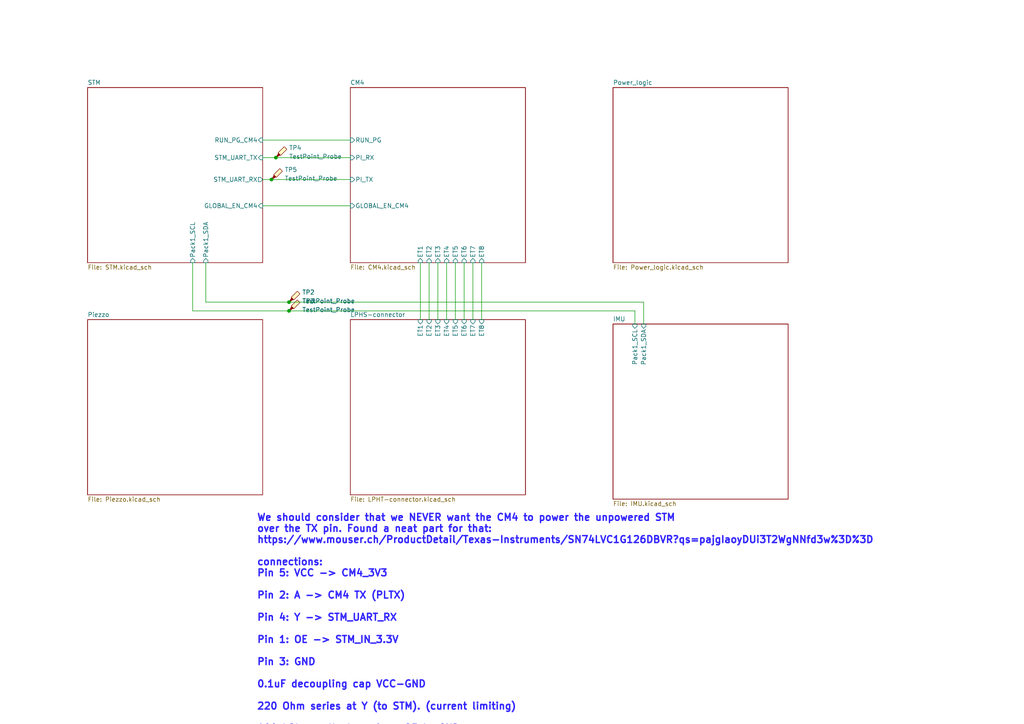
<source format=kicad_sch>
(kicad_sch (version 20250114) (generator "eeschema") (generator_version "9.0")
  (paper "A4")
  (lib_symbols
    (symbol "Connector:TestPoint_Probe" (pin_numbers (hide yes)) (pin_names (offset 0.762) (hide yes))
      (property "Reference" "TP" (at 1.651 5.842 0))
      (property "Value" "TestPoint_Probe" (at 1.651 4.064 0))
      (symbol "TestPoint_Probe_0_1"
        (polyline (pts (xy 1.27 0.762) (xy 0 0) (xy 0.762 1.27) (xy 1.27 0.762)) (fill (type outline)))
        (polyline (pts (xy 1.397 0.635) (xy 0.635 1.397) (xy 2.413 3.175) (xy 3.175 2.413) (xy 1.397 0.635)) (fill (type background)))
      )
      (symbol "TestPoint_Probe_1_1"
        (pin passive line (at 0 0 90) (length 0) (name "1") (number "1"))
      )
    )
  )
  (text "We should consider that we NEVER want the CM4 to power the unpowered STM\nover the TX pin. Found a neat part for that:\nhttps://www.mouser.ch/ProductDetail/Texas-Instruments/SN74LVC1G126DBVR?qs=pajgIaoyDUi3T2WgNNfd3w%3D%3D\n\nconnections:\nPin 5: VCC -> CM4_3V3\n\nPin 2: A -> CM4 TX (PLTX)\n\nPin 4: Y -> STM_UART_RX\n\nPin 1: OE -> STM_IN_3.3V\n\nPin 3: GND\n\n0.1uF decoupling cap VCC-GND\n\n220 Ohm series at Y (to STM). (current limiting)\n\n100 kOhm pull-down from OE to GND" (at 74.422 180.848 0) (effects (font (size 2 2) (thickness 0.4) (bold yes)) (justify left)))
  (junction (at 78.74 52.07))
  (junction (at 80.01 45.72))
  (junction (at 83.82 90.17))
  (junction (at 83.82 87.63))
  (wire (pts (xy 134.62 76.2) (xy 134.62 92.71)))
  (wire (pts (xy 129.54 76.2) (xy 129.54 92.71)))
  (wire (pts (xy 121.92 76.2) (xy 121.92 92.71)))
  (wire (pts (xy 76.2 45.72) (xy 80.01 45.72)))
  (wire (pts (xy 127 76.2) (xy 127 92.71)))
  (wire (pts (xy 76.2 52.07) (xy 78.74 52.07)))
  (wire (pts (xy 184.15 93.98) (xy 184.15 90.17)))
  (wire (pts (xy 78.74 52.07) (xy 101.6 52.07)))
  (wire (pts (xy 55.88 90.17) (xy 83.82 90.17)))
  (wire (pts (xy 76.2 59.69) (xy 101.6 59.69)))
  (wire (pts (xy 132.08 76.2) (xy 132.08 92.71)))
  (wire (pts (xy 139.7 76.2) (xy 139.7 92.71)))
  (wire (pts (xy 186.69 87.63) (xy 83.82 87.63)))
  (wire (pts (xy 83.82 90.17) (xy 184.15 90.17)))
  (wire (pts (xy 59.69 87.63) (xy 59.69 76.2)))
  (wire (pts (xy 83.82 87.63) (xy 59.69 87.63)))
  (wire (pts (xy 186.69 93.98) (xy 186.69 87.63)))
  (wire (pts (xy 80.01 45.72) (xy 101.6 45.72)))
  (wire (pts (xy 137.16 76.2) (xy 137.16 92.71)))
  (wire (pts (xy 55.88 90.17) (xy 55.88 76.2)))
  (wire (pts (xy 76.2 40.64) (xy 101.6 40.64)))
  (wire (pts (xy 124.46 76.2) (xy 124.46 92.71)))
  (symbol (lib_id "Connector:TestPoint_Probe") (at 80.01 45.72 0) (unit 1)
    (property "Reference" "TP4" (at 83.82 42.8624 0) (effects (justify left)))
    (property "Value" "TestPoint_Probe" (at 83.82 45.4024 0) (effects (justify left)))
    (property "Footprint" "TestPoint:TestPoint_Pad_D1.0mm" (effects (hide yes)))
    (property "Description" "test point (alternative probe-style design)" (effects (hide yes)))
  )
  (symbol (lib_id "Connector:TestPoint_Probe") (at 83.82 87.63 0) (unit 1)
    (property "Reference" "TP2" (at 87.63 84.7724 0) (effects (justify left)))
    (property "Value" "TestPoint_Probe" (at 87.63 87.3124 0) (effects (justify left)))
    (property "Footprint" "TestPoint:TestPoint_THTPad_D2.5mm_Drill1.2mm" (effects (hide yes)))
    (property "Description" "test point (alternative probe-style design)" (effects (hide yes)))
  )
  (symbol (lib_id "Connector:TestPoint_Probe") (at 83.82 90.17 0) (unit 1)
    (property "Reference" "TP3" (at 87.63 87.3124 0) (effects (justify left)))
    (property "Value" "TestPoint_Probe" (at 87.63 89.8524 0) (effects (justify left)))
    (property "Footprint" "TestPoint:TestPoint_THTPad_D2.5mm_Drill1.2mm" (effects (hide yes)))
    (property "Description" "test point (alternative probe-style design)" (effects (hide yes)))
  )
  (symbol (lib_id "Connector:TestPoint_Probe") (at 78.74 52.07 0) (unit 1)
    (property "Reference" "TP5" (at 82.55 49.2124 0) (effects (justify left)))
    (property "Value" "TestPoint_Probe" (at 82.55 51.7524 0) (effects (justify left)))
    (property "Footprint" "TestPoint:TestPoint_Pad_D1.0mm" (effects (hide yes)))
    (property "Description" "test point (alternative probe-style design)" (effects (hide yes)))
  )
  (sheet (at 25.4 25.4) (size 50.8 50.8) (stroke (width 0.1524))
    (property "Sheetname" "STM" (at 25.4 24.6884 0) (effects (justify left bottom)))
    (property "Sheetfile" "STM.kicad_sch" (at 25.4 76.7846 0) (effects (justify left top)))
    (pin "STM_UART_RX" output (at 76.2 52.07 0))
    (pin "STM_UART_TX" input (at 76.2 45.72 0))
    (pin "RUN_PG_CM4" input (at 76.2 40.64 0))
    (pin "GLOBAL_EN_CM4" input (at 76.2 59.69 0))
    (pin "Pack1_SCL" input (at 55.88 76.2 270))
    (pin "Pack1_SDA" input (at 59.69 76.2 270))
  )
  (sheet (at 25.4 92.71) (size 50.8 50.8) (stroke (width 0.1524))
    (property "Sheetname" "Piezzo" (at 25.4 91.9984 0) (effects (justify left bottom)))
    (property "Sheetfile" "Piezzo.kicad_sch" (at 25.4 144.0946 0) (effects (justify left top)))
  )
  (sheet (at 101.6 92.71) (size 50.8 50.8) (stroke (width 0.1524))
    (property "Sheetname" "LPHS-connector" (at 101.6 91.9984 0) (effects (justify left bottom)))
    (property "Sheetfile" "LPHT-connector.kicad_sch" (at 101.6 144.0946 0) (effects (justify left top)))
    (pin "ET1" input (at 121.92 92.71 90))
    (pin "ET2" input (at 124.46 92.71 90))
    (pin "ET3" input (at 127 92.71 90))
    (pin "ET4" input (at 129.54 92.71 90))
    (pin "ET5" input (at 132.08 92.71 90))
    (pin "ET6" input (at 134.62 92.71 90))
    (pin "ET7" input (at 137.16 92.71 90))
    (pin "ET8" input (at 139.7 92.71 90))
  )
  (sheet (at 177.8 93.98) (size 50.8 50.8) (stroke (width 0.1524))
    (property "Sheetname" "IMU" (at 177.8 93.2684 0) (effects (justify left bottom)))
    (property "Sheetfile" "IMU.kicad_sch" (at 177.8 145.3646 0) (effects (justify left top)))
    (pin "Pack1_SCL" input (at 184.15 93.98 90))
    (pin "Pack1_SDA" input (at 186.69 93.98 90))
  )
  (sheet (at 177.8 25.4) (size 50.8 50.8) (stroke (width 0.1524))
    (property "Sheetname" "Power_logic" (at 177.8 24.6884 0) (effects (justify left bottom)))
    (property "Sheetfile" "Power_logic.kicad_sch" (at 177.8 76.7846 0) (effects (justify left top)))
  )
  (sheet (at 101.6 25.4) (size 50.8 50.8) (stroke (width 0.1524))
    (property "Sheetname" "CM4" (at 101.6 24.6884 0) (effects (justify left bottom)))
    (property "Sheetfile" "CM4.kicad_sch" (at 101.6 76.7846 0) (effects (justify left top)))
    (pin "ET1" input (at 121.92 76.2 270))
    (pin "ET2" input (at 124.46 76.2 270))
    (pin "ET3" input (at 127 76.2 270))
    (pin "ET4" input (at 129.54 76.2 270))
    (pin "ET5" input (at 132.08 76.2 270))
    (pin "ET6" input (at 134.62 76.2 270))
    (pin "ET7" input (at 137.16 76.2 270))
    (pin "ET8" input (at 139.7 76.2 270))
    (pin "PI_RX" input (at 101.6 45.72 180))
    (pin "PI_TX" input (at 101.6 52.07 180))
    (pin "RUN_PG" input (at 101.6 40.64 180))
    (pin "GLOBAL_EN_CM4" input (at 101.6 59.69 180))
  )
)
</source>
